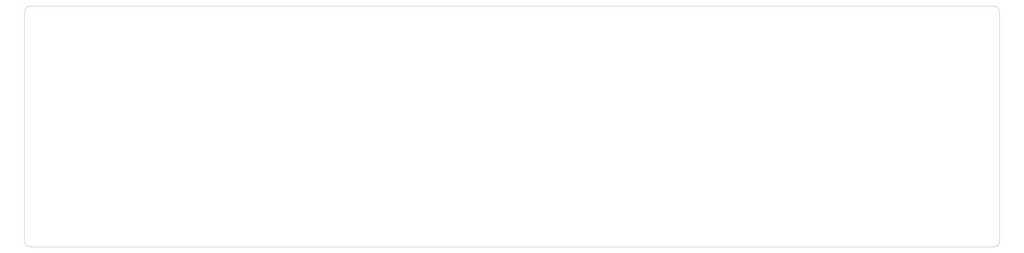
<source format=gbr>
%TF.GenerationSoftware,KiCad,Pcbnew,(6.0.1)*%
%TF.CreationDate,2022-02-12T16:29:40-05:00*%
%TF.ProjectId,PCB,5043422e-6b69-4636-9164-5f7063625858,rev?*%
%TF.SameCoordinates,Original*%
%TF.FileFunction,Profile,NP*%
%FSLAX46Y46*%
G04 Gerber Fmt 4.6, Leading zero omitted, Abs format (unit mm)*
G04 Created by KiCad (PCBNEW (6.0.1)) date 2022-02-12 16:29:40*
%MOMM*%
%LPD*%
G01*
G04 APERTURE LIST*
%TA.AperFunction,Profile*%
%ADD10C,0.100000*%
%TD*%
G04 APERTURE END LIST*
D10*
X103981250Y-293687500D02*
X103981250Y-198437500D01*
X106362500Y-196056250D02*
X506316202Y-196056250D01*
X506412500Y-296068750D02*
X106362500Y-296068750D01*
X508793750Y-198437500D02*
G75*
G03*
X506316202Y-196056250I-2477546J-98243D01*
G01*
X106362500Y-196056250D02*
G75*
G03*
X103981250Y-198437500I0J-2381250D01*
G01*
X506412500Y-296068750D02*
G75*
G03*
X508793750Y-293687500I0J2381250D01*
G01*
X103981250Y-293687500D02*
G75*
G03*
X106362500Y-296068750I2381250J0D01*
G01*
X508793750Y-198437500D02*
X508793750Y-293687500D01*
M02*

</source>
